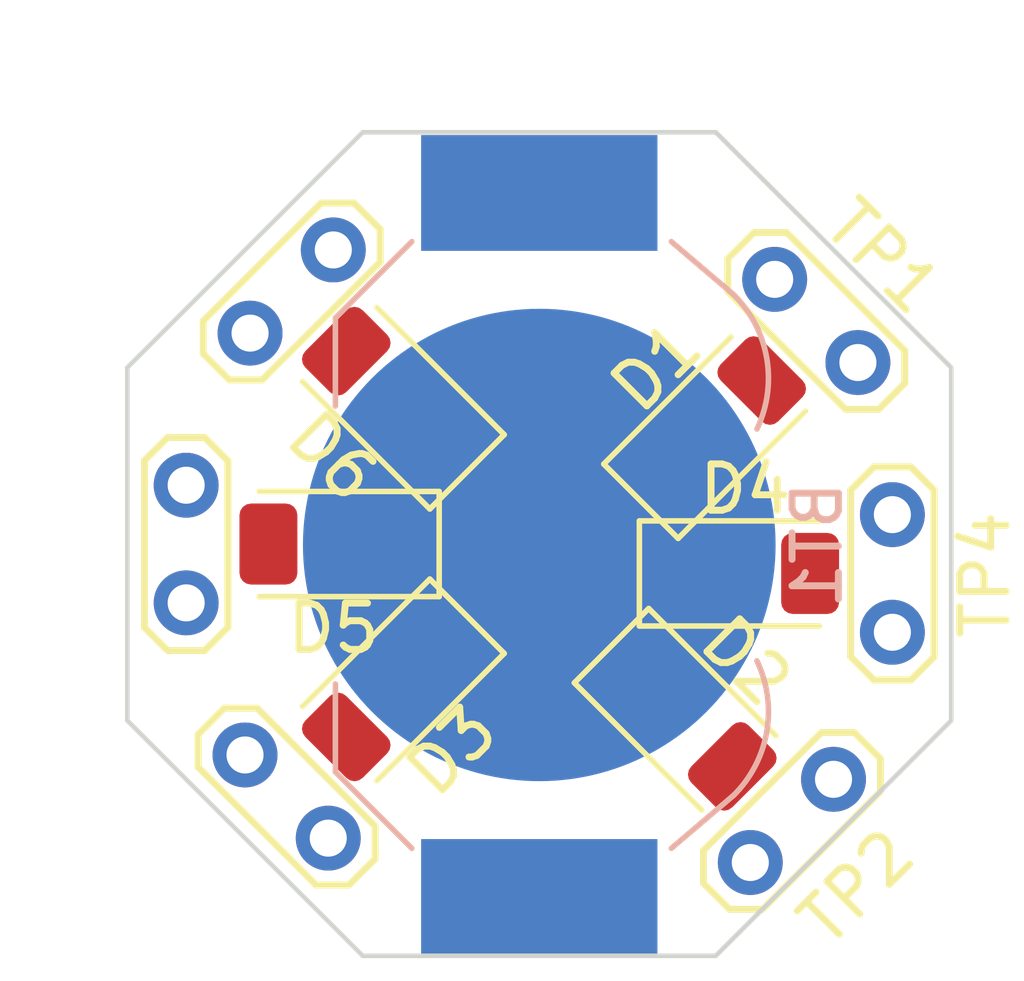
<source format=kicad_pcb>
(kicad_pcb (version 20201220) (generator pcbnew)
  (layers (0 "F.Cu" signal) (31 "B.Cu" signal) (34 "B.Paste" user) (35 "F.Paste" user) (36 "B.SilkS" user "B.Silkscreen") (37 "F.SilkS" user "F.Silkscreen") (38 "B.Mask" user) (39 "F.Mask" user) (44 "Edge.Cuts" user))
  (net 0 "")
  (net 1 "Net-(BT1-Pad2)")
  (net 2 "Net-(BT1-Pad1)")
  (net 3 "Net-(D1-Pad2)")
  (net 4 "Net-(D1-Pad1)")
  (net 5 "Net-(D2-Pad2)")
  (net 6 "Net-(D2-Pad1)")
  (net 7 "Net-(D3-Pad2)")
  (net 8 "Net-(D3-Pad1)")
  (net 9 "Net-(D4-Pad2)")
  (net 10 "Net-(D4-Pad1)")
  (net 11 "Net-(D5-Pad2)")
  (net 12 "Net-(D5-Pad1)")
  (net 13 "Net-(D6-Pad2)")
  (net 14 "Net-(D6-Pad1)")
  (net 15 "Net-(TP1-Pad1)")
  (net 16 "Net-(TP2-Pad1)")
  (net 17 "Net-(TP3-Pad1)")
  (net 18 "Net-(TP4-Pad1)")
  (net 19 "Net-(TP5-Pad1)")
  (net 20 "Net-(TP6-Pad1)")
  (footprint "TestPoint:TestPoint_2Pads_Pitch2.54mm_Drill0.8mm" (layer "F.Cu") (at 132.606051 105.41 135)
    (fp_text reference "TP3" hide)
    (fp_text value "TestPoint_2Pole")
    (fp_line (start 3.57 0.4) (end 3.07 0.9) (layer "F.SilkS") (width 0.15))
    (fp_line (start 3.57 -0.4) (end 3.57 0.4) (layer "F.SilkS") (width 0.15))
    (fp_line (start 3.07 -0.9) (end 3.57 -0.4) (layer "F.SilkS") (width 0.15))
    (fp_line (start -1.03 0.4) (end -1.03 -0.4) (layer "F.SilkS") (width 0.15))
    (fp_line (start -0.53 0.9) (end -1.03 0.4) (layer "F.SilkS") (width 0.15))
    (fp_line (start -1.03 -0.4) (end -0.53 -0.9) (layer "F.SilkS") (width 0.15))
    (fp_line (start 3.07 0.9) (end -0.53 0.9) (layer "F.SilkS") (width 0.15))
    (fp_line (start -0.53 -0.9) (end 3.07 -0.9) (layer "F.SilkS") (width 0.15))
    (pad "1" thru_hole circle (at 0 0 135) (size 1.4 1.4) (drill 0.8) (layers *.Cu *.Mask) (net 17 "Net-(TP3-Pad1)"))
    (pad "2" thru_hole circle (at 2.54 0 135) (size 1.4 1.4) (drill 0.8) (layers *.Cu *.Mask) (net 7 "Net-(D3-Pad2)"))
  )
  (footprint "LED_SMD:LED_1206_3216Metric" (layer "F.Cu") (at 140.97 96.52 45)
    (fp_text reference "D1" (at 0 -1.82 45) (layer "F.SilkS"))
    (fp_text value "LED")
    (fp_line (start -2.285 1.135) (end 1.6 1.135) (layer "F.SilkS") (width 0.12))
    (fp_line (start -2.285 -1.135) (end -2.285 1.135) (layer "F.SilkS") (width 0.12))
    (fp_line (start 1.6 -1.135) (end -2.285 -1.135) (layer "F.SilkS") (width 0.12))
    (pad "1" smd roundrect (at -1.4 0 45) (size 1.25 1.75) (layers "F.Cu" "F.Paste" "F.Mask") (roundrect_rratio 0.2) (net 4 "Net-(D1-Pad1)"))
    (pad "2" smd roundrect (at 1.4 0 45) (size 1.25 1.75) (layers "F.Cu" "F.Paste" "F.Mask") (roundrect_rratio 0.2) (net 3 "Net-(D1-Pad2)"))
  )
  (footprint "TestPoint:TestPoint_2Pads_Pitch2.54mm_Drill0.8mm" (layer "F.Cu") (at 132.715 92.71 -135)
    (fp_text reference "TP6" hide)
    (fp_text value "TestPoint_2Pole")
    (fp_line (start 3.07 0.9) (end -0.53 0.9) (layer "F.SilkS") (width 0.15))
    (fp_line (start -1.03 0.4) (end -1.03 -0.4) (layer "F.SilkS") (width 0.15))
    (fp_line (start 3.57 -0.4) (end 3.57 0.4) (layer "F.SilkS") (width 0.15))
    (fp_line (start 3.57 0.4) (end 3.07 0.9) (layer "F.SilkS") (width 0.15))
    (fp_line (start -0.53 -0.9) (end 3.07 -0.9) (layer "F.SilkS") (width 0.15))
    (fp_line (start -1.03 -0.4) (end -0.53 -0.9) (layer "F.SilkS") (width 0.15))
    (fp_line (start -0.53 0.9) (end -1.03 0.4) (layer "F.SilkS") (width 0.15))
    (fp_line (start 3.07 -0.9) (end 3.57 -0.4) (layer "F.SilkS") (width 0.15))
    (pad "1" thru_hole circle (at 0 0 225) (size 1.4 1.4) (drill 0.8) (layers *.Cu *.Mask) (net 20 "Net-(TP6-Pad1)"))
    (pad "2" thru_hole circle (at 2.54 0 225) (size 1.4 1.4) (drill 0.8) (layers *.Cu *.Mask) (net 13 "Net-(D6-Pad2)"))
  )
  (footprint "TestPoint:TestPoint_2Pads_Pitch2.54mm_Drill0.8mm" (layer "F.Cu") (at 129.54 100.33 90)
    (fp_text reference "TP5" hide)
    (fp_text value "TestPoint_2Pole")
    (fp_line (start -0.53 -0.9) (end 3.07 -0.9) (layer "F.SilkS") (width 0.15))
    (fp_line (start -0.53 0.9) (end -1.03 0.4) (layer "F.SilkS") (width 0.15))
    (fp_line (start 3.57 -0.4) (end 3.57 0.4) (layer "F.SilkS") (width 0.15))
    (fp_line (start 3.07 0.9) (end -0.53 0.9) (layer "F.SilkS") (width 0.15))
    (fp_line (start 3.07 -0.9) (end 3.57 -0.4) (layer "F.SilkS") (width 0.15))
    (fp_line (start -1.03 -0.4) (end -0.53 -0.9) (layer "F.SilkS") (width 0.15))
    (fp_line (start -1.03 0.4) (end -1.03 -0.4) (layer "F.SilkS") (width 0.15))
    (fp_line (start 3.57 0.4) (end 3.07 0.9) (layer "F.SilkS") (width 0.15))
    (pad "1" thru_hole circle (at 0 0 90) (size 1.4 1.4) (drill 0.8) (layers *.Cu *.Mask) (net 19 "Net-(TP5-Pad1)"))
    (pad "2" thru_hole circle (at 2.54 0 90) (size 1.4 1.4) (drill 0.8) (layers *.Cu *.Mask) (net 11 "Net-(D5-Pad2)"))
  )
  (footprint "LED_SMD:LED_1206_3216Metric" (layer "F.Cu") (at 140.335 102.87 -45)
    (fp_text reference "D2" (at 0 -1.82 135) (layer "F.SilkS"))
    (fp_text value "LED")
    (fp_line (start -2.285 1.135) (end 1.6 1.135) (layer "F.SilkS") (width 0.12))
    (fp_line (start 1.6 -1.135) (end -2.285 -1.135) (layer "F.SilkS") (width 0.12))
    (fp_line (start -2.285 -1.135) (end -2.285 1.135) (layer "F.SilkS") (width 0.12))
    (pad "1" smd roundrect (at -1.4 0 315) (size 1.25 1.75) (layers "F.Cu" "F.Paste" "F.Mask") (roundrect_rratio 0.2) (net 6 "Net-(D2-Pad1)"))
    (pad "2" smd roundrect (at 1.4 0 315) (size 1.25 1.75) (layers "F.Cu" "F.Paste" "F.Mask") (roundrect_rratio 0.2) (net 5 "Net-(D2-Pad2)"))
  )
  (footprint "LED_SMD:LED_1206_3216Metric" (layer "F.Cu") (at 133.985 102.235 -135)
    (fp_text reference "D3" (at 0 -1.82 45) (layer "F.SilkS"))
    (fp_text value "LED")
    (fp_line (start 1.6 -1.135) (end -2.285 -1.135) (layer "F.SilkS") (width 0.12))
    (fp_line (start -2.285 -1.135) (end -2.285 1.135) (layer "F.SilkS") (width 0.12))
    (fp_line (start -2.285 1.135) (end 1.6 1.135) (layer "F.SilkS") (width 0.12))
    (pad "1" smd roundrect (at -1.4 0 225) (size 1.25 1.75) (layers "F.Cu" "F.Paste" "F.Mask") (roundrect_rratio 0.2) (net 8 "Net-(D3-Pad1)"))
    (pad "2" smd roundrect (at 1.4 0 225) (size 1.25 1.75) (layers "F.Cu" "F.Paste" "F.Mask") (roundrect_rratio 0.2) (net 7 "Net-(D3-Pad2)"))
  )
  (footprint "LED_SMD:LED_1206_3216Metric" (layer "F.Cu") (at 133.985 95.885 135)
    (fp_text reference "D6" (at 0 -1.82 135) (layer "F.SilkS"))
    (fp_text value "LED")
    (fp_line (start -2.285 -1.135) (end -2.285 1.135) (layer "F.SilkS") (width 0.12))
    (fp_line (start -2.285 1.135) (end 1.6 1.135) (layer "F.SilkS") (width 0.12))
    (fp_line (start 1.6 -1.135) (end -2.285 -1.135) (layer "F.SilkS") (width 0.12))
    (pad "1" smd roundrect (at -1.4 0 135) (size 1.25 1.75) (layers "F.Cu" "F.Paste" "F.Mask") (roundrect_rratio 0.2) (net 14 "Net-(D6-Pad1)"))
    (pad "2" smd roundrect (at 1.4 0 135) (size 1.25 1.75) (layers "F.Cu" "F.Paste" "F.Mask") (roundrect_rratio 0.2) (net 13 "Net-(D6-Pad2)"))
  )
  (footprint "TestPoint:TestPoint_2Pads_Pitch2.54mm_Drill0.8mm" (layer "F.Cu") (at 144.78 98.425 -90)
    (fp_text reference "TP4" (at 1.3 -2 90) (layer "F.SilkS"))
    (fp_text value "TestPoint_2Pole")
    (fp_line (start 3.57 0.4) (end 3.07 0.9) (layer "F.SilkS") (width 0.15))
    (fp_line (start -0.53 0.9) (end -1.03 0.4) (layer "F.SilkS") (width 0.15))
    (fp_line (start -1.03 -0.4) (end -0.53 -0.9) (layer "F.SilkS") (width 0.15))
    (fp_line (start 3.07 -0.9) (end 3.57 -0.4) (layer "F.SilkS") (width 0.15))
    (fp_line (start -0.53 -0.9) (end 3.07 -0.9) (layer "F.SilkS") (width 0.15))
    (fp_line (start 3.07 0.9) (end -0.53 0.9) (layer "F.SilkS") (width 0.15))
    (fp_line (start -1.03 0.4) (end -1.03 -0.4) (layer "F.SilkS") (width 0.15))
    (fp_line (start 3.57 -0.4) (end 3.57 0.4) (layer "F.SilkS") (width 0.15))
    (pad "1" thru_hole circle (at 0 0 270) (size 1.4 1.4) (drill 0.8) (layers *.Cu *.Mask) (net 18 "Net-(TP4-Pad1)"))
    (pad "2" thru_hole circle (at 2.54 0 270) (size 1.4 1.4) (drill 0.8) (layers *.Cu *.Mask) (net 9 "Net-(D4-Pad2)"))
  )
  (footprint "LED_SMD:LED_1206_3216Metric" (layer "F.Cu") (at 141.605 99.695)
    (fp_text reference "D4" (at 0 -1.82) (layer "F.SilkS"))
    (fp_text value "LED")
    (fp_line (start -2.285 1.135) (end 1.6 1.135) (layer "F.SilkS") (width 0.12))
    (fp_line (start 1.6 -1.135) (end -2.285 -1.135) (layer "F.SilkS") (width 0.12))
    (fp_line (start -2.285 -1.135) (end -2.285 1.135) (layer "F.SilkS") (width 0.12))
    (pad "1" smd roundrect (at -1.4 0) (size 1.25 1.75) (layers "F.Cu" "F.Paste" "F.Mask") (roundrect_rratio 0.2) (net 10 "Net-(D4-Pad1)"))
    (pad "2" smd roundrect (at 1.4 0) (size 1.25 1.75) (layers "F.Cu" "F.Paste" "F.Mask") (roundrect_rratio 0.2) (net 9 "Net-(D4-Pad2)"))
  )
  (footprint "TestPoint:TestPoint_2Pads_Pitch2.54mm_Drill0.8mm" (layer "F.Cu") (at 143.51 104.14 -135)
    (fp_text reference "TP2" (at 1.3 -2 45) (layer "F.SilkS"))
    (fp_text value "TestPoint_2Pole")
    (fp_line (start 3.57 0.4) (end 3.07 0.9) (layer "F.SilkS") (width 0.15))
    (fp_line (start 3.57 -0.4) (end 3.57 0.4) (layer "F.SilkS") (width 0.15))
    (fp_line (start -0.53 -0.9) (end 3.07 -0.9) (layer "F.SilkS") (width 0.15))
    (fp_line (start -1.03 -0.4) (end -0.53 -0.9) (layer "F.SilkS") (width 0.15))
    (fp_line (start 3.07 -0.9) (end 3.57 -0.4) (layer "F.SilkS") (width 0.15))
    (fp_line (start -1.03 0.4) (end -1.03 -0.4) (layer "F.SilkS") (width 0.15))
    (fp_line (start -0.53 0.9) (end -1.03 0.4) (layer "F.SilkS") (width 0.15))
    (fp_line (start 3.07 0.9) (end -0.53 0.9) (layer "F.SilkS") (width 0.15))
    (pad "1" thru_hole circle (at 0 0 225) (size 1.4 1.4) (drill 0.8) (layers *.Cu *.Mask) (net 16 "Net-(TP2-Pad1)"))
    (pad "2" thru_hole circle (at 2.54 0 225) (size 1.4 1.4) (drill 0.8) (layers *.Cu *.Mask) (net 5 "Net-(D2-Pad2)"))
  )
  (footprint "LED_SMD:LED_1206_3216Metric" (layer "F.Cu") (at 132.715 99.06 180)
    (fp_text reference "D5" (at 0 -1.82) (layer "F.SilkS"))
    (fp_text value "LED")
    (fp_line (start -2.285 1.135) (end 1.6 1.135) (layer "F.SilkS") (width 0.12))
    (fp_line (start 1.6 -1.135) (end -2.285 -1.135) (layer "F.SilkS") (width 0.12))
    (fp_line (start -2.285 -1.135) (end -2.285 1.135) (layer "F.SilkS") (width 0.12))
    (pad "1" smd roundrect (at -1.4 0 180) (size 1.25 1.75) (layers "F.Cu" "F.Paste" "F.Mask") (roundrect_rratio 0.2) (net 12 "Net-(D5-Pad1)"))
    (pad "2" smd roundrect (at 1.4 0 180) (size 1.25 1.75) (layers "F.Cu" "F.Paste" "F.Mask") (roundrect_rratio 0.2) (net 11 "Net-(D5-Pad2)"))
  )
  (footprint "TestPoint:TestPoint_2Pads_Pitch2.54mm_Drill0.8mm" (layer "F.Cu") (at 142.24 93.345 -45)
    (fp_text reference "TP1" (at 1.3 -2 135) (layer "F.SilkS"))
    (fp_text value "TestPoint_2Pole")
    (fp_line (start -1.03 -0.4) (end -0.53 -0.9) (layer "F.SilkS") (width 0.15))
    (fp_line (start -1.03 0.4) (end -1.03 -0.4) (layer "F.SilkS") (width 0.15))
    (fp_line (start -0.53 -0.9) (end 3.07 -0.9) (layer "F.SilkS") (width 0.15))
    (fp_line (start 3.57 -0.4) (end 3.57 0.4) (layer "F.SilkS") (width 0.15))
    (fp_line (start 3.07 -0.9) (end 3.57 -0.4) (layer "F.SilkS") (width 0.15))
    (fp_line (start -0.53 0.9) (end -1.03 0.4) (layer "F.SilkS") (width 0.15))
    (fp_line (start 3.57 0.4) (end 3.07 0.9) (layer "F.SilkS") (width 0.15))
    (fp_line (start 3.07 0.9) (end -0.53 0.9) (layer "F.SilkS") (width 0.15))
    (pad "1" thru_hole circle (at 0 0 315) (size 1.4 1.4) (drill 0.8) (layers *.Cu *.Mask) (net 15 "Net-(TP1-Pad1)"))
    (pad "2" thru_hole circle (at 2.54 0 315) (size 1.4 1.4) (drill 0.8) (layers *.Cu *.Mask) (net 3 "Net-(D1-Pad2)"))
  )
  (footprint "Battery:BatteryHolder_LINX_BAT-HLD-012-SMT" (layer "B.Cu") (at 137.16 99.08 -90)
    (fp_text reference "BT1" (at 0 -6 90) (layer "B.SilkS") (effects (justify mirror)))
    (fp_text value "Battery_Cell")
    (fp_line (start 6.55 -2.85) (end 5.4 -4.2) (layer "B.SilkS") (width 0.12))
    (fp_line (start 4.9 4.4) (end 6.55 2.75) (layer "B.SilkS") (width 0.12))
    (fp_line (start -6.55 2.75) (end -4.9 4.4) (layer "B.SilkS") (width 0.12))
    (fp_line (start 4.9 4.4) (end 3 4.4) (layer "B.SilkS") (width 0.12))
    (fp_line (start -4.9 4.4) (end -3 4.4) (layer "B.SilkS") (width 0.12))
    (fp_line (start -6.55 -2.85) (end -5.4 -4.2) (layer "B.SilkS") (width 0.12))
    (fp_arc (start -3.6 -2.4) (end -5.4 -4.2) (angle 70.5) (layer "B.SilkS") (width 0.12))
    (fp_arc (start 3.6 -2.4) (end 5.4 -4.2) (angle -70.55996517) (layer "B.SilkS") (width 0.12))
    (pad "1" smd rect (at 7.6 0 270) (size 2.5 5.1) (layers "B.Cu" "B.Paste" "B.Mask") (net 2 "Net-(BT1-Pad1)"))
    (pad "1" smd rect (at -7.6 0 270) (size 2.5 5.1) (layers "B.Cu" "B.Paste" "B.Mask") (net 2 "Net-(BT1-Pad1)"))
    (pad "2" smd circle (at 0 0 270) (size 10.2 10.2) (layers "B.Cu" "B.Mask") (net 1 "Net-(BT1-Pad2)"))
  )
  (gr_line (start 133.35 107.95) (end 140.97 107.95) (layer "Edge.Cuts") (width 0.1))
  (gr_line (start 146.05 102.87) (end 140.97 107.95) (layer "Edge.Cuts") (width 0.1))
  (gr_line (start 128.27 102.87) (end 133.35 107.95) (layer "Edge.Cuts") (width 0.1))
  (gr_line (start 140.97 90.17) (end 146.05 95.25) (layer "Edge.Cuts") (width 0.1))
  (gr_line (start 146.05 95.25) (end 146.05 102.87) (layer "Edge.Cuts") (width 0.1))
  (gr_line (start 128.27 95.25) (end 128.27 102.87) (layer "Edge.Cuts") (width 0.1))
  (gr_line (start 140.97 90.17) (end 133.35 90.17) (layer "Edge.Cuts") (width 0.1))
  (gr_line (start 128.27 95.25) (end 133.35 90.17) (layer "Edge.Cuts") (width 0.1))
)
</source>
